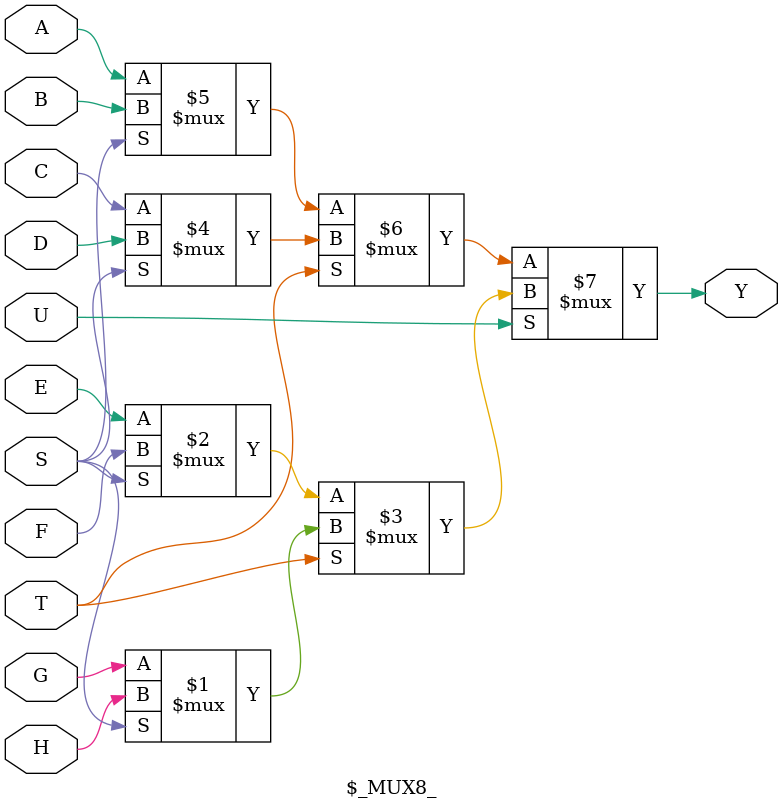
<source format=v>
module \$_MUX8_ (A, B, C, D, E, F, G, H, S, T, U, Y);
input A, B, C, D, E, F, G, H, S, T, U;
output Y;
assign Y = U ? T ? (S ? H : G) :
                   (S ? F : E) :
               T ? (S ? D : C) :
                   (S ? B : A);
endmodule
</source>
